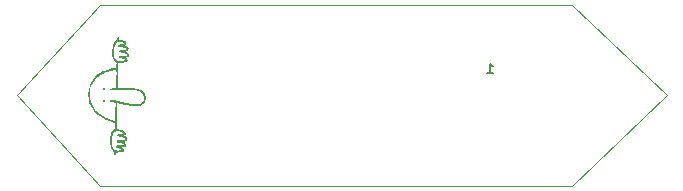
<source format=gbr>
%TF.GenerationSoftware,KiCad,Pcbnew,9.0.3*%
%TF.CreationDate,2025-08-28T21:01:50-07:00*%
%TF.ProjectId,xyp-gpib,7879702d-6770-4696-922e-6b696361645f,rev?*%
%TF.SameCoordinates,Original*%
%TF.FileFunction,Legend,Bot*%
%TF.FilePolarity,Positive*%
%FSLAX46Y46*%
G04 Gerber Fmt 4.6, Leading zero omitted, Abs format (unit mm)*
G04 Created by KiCad (PCBNEW 9.0.3) date 2025-08-28 21:01:50*
%MOMM*%
%LPD*%
G01*
G04 APERTURE LIST*
%ADD10C,0.150000*%
%ADD11C,0.120000*%
%ADD12C,0.000000*%
G04 APERTURE END LIST*
D10*
X219128792Y-80666295D02*
X219585935Y-80666295D01*
X219357363Y-80666295D02*
X219357363Y-79866295D01*
X219357363Y-79866295D02*
X219433554Y-79980580D01*
X219433554Y-79980580D02*
X219509744Y-80056771D01*
X219509744Y-80056771D02*
X219585935Y-80094866D01*
D11*
%TO.C,GPIB1*%
X179314000Y-82550000D02*
X186314000Y-90200000D01*
X186314000Y-74900000D02*
X179314000Y-82550000D01*
X186314000Y-90200000D02*
X226314000Y-90200000D01*
X226314000Y-74900000D02*
X186314000Y-74900000D01*
X226314000Y-74900000D02*
X234314000Y-82550000D01*
X234314000Y-82550000D02*
X226314000Y-90200000D01*
D12*
%TO.C,G\u002A\u002A\u002A*%
G36*
X186780089Y-81909801D02*
G01*
X186791520Y-81923006D01*
X186813695Y-81985551D01*
X186796886Y-82044439D01*
X186745167Y-82079824D01*
X186678950Y-82080471D01*
X186621855Y-82046726D01*
X186599230Y-81986335D01*
X186611682Y-81936062D01*
X186657622Y-81891562D01*
X186719979Y-81880175D01*
X186780089Y-81909801D01*
G37*
G36*
X186703933Y-82895923D02*
G01*
X186743613Y-82930360D01*
X186772932Y-82967700D01*
X186779545Y-83025546D01*
X186734427Y-83086040D01*
X186729507Y-83090408D01*
X186680583Y-83117223D01*
X186628040Y-83102524D01*
X186605341Y-83085769D01*
X186575588Y-83028090D01*
X186581676Y-82964074D01*
X186624079Y-82916098D01*
X186669997Y-82894096D01*
X186703933Y-82895923D01*
G37*
G36*
X187924980Y-77599141D02*
G01*
X187949997Y-77623066D01*
X187955670Y-77683796D01*
X187957807Y-77731068D01*
X187976633Y-77797561D01*
X187984138Y-77804827D01*
X188022211Y-77841687D01*
X188103336Y-77870065D01*
X188228802Y-77889311D01*
X188245934Y-77891274D01*
X188378865Y-77911182D01*
X188469873Y-77936680D01*
X188529124Y-77971708D01*
X188566788Y-78020201D01*
X188582481Y-78052777D01*
X188590381Y-78099769D01*
X188569178Y-78148608D01*
X188514204Y-78216753D01*
X188490791Y-78243996D01*
X188450394Y-78294661D01*
X188434413Y-78320667D01*
X188436373Y-78323531D01*
X188471165Y-78336573D01*
X188535693Y-78349899D01*
X188546427Y-78351795D01*
X188654046Y-78394777D01*
X188728824Y-78469826D01*
X188763983Y-78566779D01*
X188752748Y-78675472D01*
X188750832Y-78681111D01*
X188708286Y-78751865D01*
X188632339Y-78793161D01*
X188619060Y-78797760D01*
X188563388Y-78822968D01*
X188540801Y-78843866D01*
X188545215Y-78851646D01*
X188583670Y-78879518D01*
X188648804Y-78913064D01*
X188657864Y-78917217D01*
X188747026Y-78972032D01*
X188793443Y-79039334D01*
X188806769Y-79132538D01*
X188787986Y-79211733D01*
X188724130Y-79272965D01*
X188613942Y-79309124D01*
X188595506Y-79312820D01*
X188537557Y-79330980D01*
X188514204Y-79349761D01*
X188516451Y-79356054D01*
X188548786Y-79387838D01*
X188607293Y-79427450D01*
X188669271Y-79471916D01*
X188694979Y-79520310D01*
X188675291Y-79577124D01*
X188610341Y-79652226D01*
X188586694Y-79674986D01*
X188535466Y-79715093D01*
X188476758Y-79743538D01*
X188399152Y-79763757D01*
X188291229Y-79779184D01*
X188141572Y-79793256D01*
X188134604Y-79793851D01*
X188023651Y-79807654D01*
X187941315Y-79826054D01*
X187899881Y-79846352D01*
X187895055Y-79858937D01*
X187887203Y-79916786D01*
X187880650Y-80020781D01*
X187875351Y-80172327D01*
X187871262Y-80372834D01*
X187868342Y-80623708D01*
X187866546Y-80926358D01*
X187862581Y-81970974D01*
X188075356Y-81957675D01*
X188077297Y-81957555D01*
X188172923Y-81953461D01*
X188308870Y-81950015D01*
X188472610Y-81947418D01*
X188651618Y-81945870D01*
X188833366Y-81945570D01*
X189064977Y-81948095D01*
X189259097Y-81955735D01*
X189416679Y-81969926D01*
X189546108Y-81992116D01*
X189655764Y-82023753D01*
X189754032Y-82066288D01*
X189849292Y-82121167D01*
X189856204Y-82125616D01*
X189969012Y-82210600D01*
X190067522Y-82306333D01*
X190140862Y-82400877D01*
X190178159Y-82482293D01*
X190191828Y-82538576D01*
X190205125Y-82582701D01*
X190206547Y-82587304D01*
X190210665Y-82640445D01*
X190208738Y-82727026D01*
X190202046Y-82830667D01*
X190191873Y-82934991D01*
X190179497Y-83023617D01*
X190166203Y-83080168D01*
X190153111Y-83109885D01*
X190076581Y-83219795D01*
X189966465Y-83320334D01*
X189837591Y-83397196D01*
X189814781Y-83407297D01*
X189752742Y-83430935D01*
X189689849Y-83445953D01*
X189613027Y-83453962D01*
X189509203Y-83456574D01*
X189365303Y-83455401D01*
X189233038Y-83451661D01*
X189099088Y-83444462D01*
X188987287Y-83434990D01*
X188913157Y-83424312D01*
X188905753Y-83422713D01*
X188827951Y-83406657D01*
X188714043Y-83383919D01*
X188578155Y-83357295D01*
X188434413Y-83329580D01*
X188413369Y-83325548D01*
X188270214Y-83297690D01*
X188137255Y-83271138D01*
X188028522Y-83248726D01*
X187958042Y-83233292D01*
X187925763Y-83226679D01*
X187856057Y-83220179D01*
X187817789Y-83228583D01*
X187815906Y-83233980D01*
X187810791Y-83282784D01*
X187805837Y-83376907D01*
X187801198Y-83510587D01*
X187797024Y-83678059D01*
X187793468Y-83873558D01*
X187790683Y-84091321D01*
X187788820Y-84325583D01*
X187782790Y-85399645D01*
X187830748Y-85409318D01*
X187875879Y-85418420D01*
X187918246Y-85426959D01*
X188015589Y-85446560D01*
X188118263Y-85467219D01*
X188165040Y-85478351D01*
X188283672Y-85521057D01*
X188388412Y-85577602D01*
X188466438Y-85640229D01*
X188504934Y-85701183D01*
X188506080Y-85705961D01*
X188509540Y-85793346D01*
X188483568Y-85866493D01*
X188434352Y-85907328D01*
X188417887Y-85913217D01*
X188384471Y-85939519D01*
X188403327Y-85968975D01*
X188473893Y-86000261D01*
X188495838Y-86008518D01*
X188586047Y-86066234D01*
X188649688Y-86145504D01*
X188673785Y-86231328D01*
X188666089Y-86271454D01*
X188619029Y-86342997D01*
X188541258Y-86402661D01*
X188446847Y-86437653D01*
X188418265Y-86444015D01*
X188365379Y-86467259D01*
X188360925Y-86493704D01*
X188407123Y-86518816D01*
X188435368Y-86532247D01*
X188497473Y-86586418D01*
X188547105Y-86657279D01*
X188567398Y-86723309D01*
X188556153Y-86768661D01*
X188504778Y-86834931D01*
X188424609Y-86889572D01*
X188329839Y-86920784D01*
X188294138Y-86927734D01*
X188235851Y-86949907D01*
X188224249Y-86975886D01*
X188262518Y-87001838D01*
X188288259Y-87016847D01*
X188336173Y-87078181D01*
X188361815Y-87158359D01*
X188355806Y-87234040D01*
X188336797Y-87272133D01*
X188290960Y-87317755D01*
X188217884Y-87349247D01*
X188108983Y-87369797D01*
X187955670Y-87382594D01*
X187703000Y-87396733D01*
X187694745Y-87496471D01*
X187686463Y-87555437D01*
X187665380Y-87588521D01*
X187621604Y-87596209D01*
X187598367Y-87595223D01*
X187570657Y-87582551D01*
X187559059Y-87544177D01*
X187556717Y-87466382D01*
X187556392Y-87434541D01*
X187548185Y-87363709D01*
X187520733Y-87315025D01*
X187463240Y-87265256D01*
X187405819Y-87215096D01*
X187328699Y-87114808D01*
X187272408Y-86986894D01*
X187233776Y-86823238D01*
X187209637Y-86615722D01*
X187200243Y-86424110D01*
X187204088Y-86272787D01*
X187330689Y-86272787D01*
X187331619Y-86396515D01*
X187343246Y-86551089D01*
X187343440Y-86553133D01*
X187361706Y-86725798D01*
X187380942Y-86854308D01*
X187404094Y-86947569D01*
X187434111Y-87014491D01*
X187473941Y-87063982D01*
X187526532Y-87104950D01*
X187625979Y-87156550D01*
X187765121Y-87199834D01*
X187905909Y-87218823D01*
X188026768Y-87209027D01*
X188067237Y-87196806D01*
X188124333Y-87162665D01*
X188133554Y-87123676D01*
X188097786Y-87084212D01*
X188019916Y-87048645D01*
X187902834Y-87021349D01*
X187858093Y-87011848D01*
X187770362Y-86970705D01*
X187727250Y-86909025D01*
X187732279Y-86830744D01*
X187733330Y-86827787D01*
X187747526Y-86794070D01*
X187768303Y-86774099D01*
X187807303Y-86764997D01*
X187876168Y-86763886D01*
X187986538Y-86767887D01*
X188157959Y-86770069D01*
X188282468Y-86759939D01*
X188356650Y-86737204D01*
X188381220Y-86701744D01*
X188356787Y-86662422D01*
X188286226Y-86625548D01*
X188176720Y-86594616D01*
X188035461Y-86572317D01*
X188008431Y-86569033D01*
X187879806Y-86541210D01*
X187801087Y-86498917D01*
X187772825Y-86442613D01*
X187795569Y-86372754D01*
X187796906Y-86370774D01*
X187822981Y-86352345D01*
X187875275Y-86340555D01*
X187962752Y-86334179D01*
X188094376Y-86331997D01*
X188172530Y-86330938D01*
X188286496Y-86326401D01*
X188376434Y-86319191D01*
X188427764Y-86310257D01*
X188464855Y-86287665D01*
X188487607Y-86227567D01*
X188485622Y-86210649D01*
X188453393Y-86163531D01*
X188378914Y-86122906D01*
X188258547Y-86087199D01*
X188088654Y-86054836D01*
X188016790Y-86043246D01*
X187913121Y-86024821D01*
X187848297Y-86008529D01*
X187813238Y-85990662D01*
X187798863Y-85967512D01*
X187796089Y-85935370D01*
X187796975Y-85915364D01*
X187814912Y-85863589D01*
X187861814Y-85832277D01*
X187945398Y-85818161D01*
X188073379Y-85817974D01*
X188104374Y-85818896D01*
X188226387Y-85815271D01*
X188299867Y-85797275D01*
X188327339Y-85763803D01*
X188311326Y-85713750D01*
X188300376Y-85700289D01*
X188236010Y-85656791D01*
X188136656Y-85615219D01*
X188015962Y-85580593D01*
X187887577Y-85557932D01*
X187830748Y-85553482D01*
X187687886Y-85568120D01*
X187571156Y-85624756D01*
X187478417Y-85725443D01*
X187407530Y-85872234D01*
X187356351Y-86067181D01*
X187341034Y-86158528D01*
X187330689Y-86272787D01*
X187204088Y-86272787D01*
X187207008Y-86157845D01*
X187237787Y-85921632D01*
X187291741Y-85724584D01*
X187351900Y-85594865D01*
X187428889Y-85498141D01*
X187530892Y-85428166D01*
X187536434Y-85425295D01*
X187572137Y-85404215D01*
X187593867Y-85378463D01*
X187605093Y-85335909D01*
X187609285Y-85264422D01*
X187609911Y-85151872D01*
X187606981Y-85030309D01*
X187595945Y-84934947D01*
X187576665Y-84891542D01*
X187575208Y-84890537D01*
X187534364Y-84871089D01*
X187455061Y-84838846D01*
X187348093Y-84798055D01*
X187224256Y-84752959D01*
X187151954Y-84726471D01*
X186844809Y-84597694D01*
X186557485Y-84451423D01*
X186306665Y-84295968D01*
X186211644Y-84226629D01*
X185957643Y-84000281D01*
X185744654Y-83744677D01*
X185575002Y-83464143D01*
X185451015Y-83163004D01*
X185375018Y-82845584D01*
X185349339Y-82516209D01*
X185349831Y-82483738D01*
X185499855Y-82483738D01*
X185505984Y-82670775D01*
X185520670Y-82840215D01*
X185543727Y-82974577D01*
X185583962Y-83104472D01*
X185654598Y-83277570D01*
X185742149Y-83456809D01*
X185837403Y-83623534D01*
X185931148Y-83759093D01*
X186012105Y-83851183D01*
X186167874Y-83996726D01*
X186352828Y-84141737D01*
X186554008Y-84276323D01*
X186758453Y-84390592D01*
X186826033Y-84423622D01*
X186972996Y-84491218D01*
X187122228Y-84555016D01*
X187265324Y-84611884D01*
X187393880Y-84658688D01*
X187499492Y-84692296D01*
X187573756Y-84709574D01*
X187608268Y-84707391D01*
X187608804Y-84706587D01*
X187615085Y-84670287D01*
X187621883Y-84588505D01*
X187628836Y-84468298D01*
X187635585Y-84316726D01*
X187641769Y-84140845D01*
X187647029Y-83947716D01*
X187664295Y-83211578D01*
X187604588Y-83169758D01*
X187553398Y-83143000D01*
X187489134Y-83127937D01*
X187460300Y-83125255D01*
X187384602Y-83110446D01*
X187295576Y-83087011D01*
X187223171Y-83062134D01*
X187172540Y-83031455D01*
X187157764Y-82995492D01*
X187159688Y-82969432D01*
X187180034Y-82934993D01*
X187230556Y-82926087D01*
X187321046Y-82939349D01*
X187529468Y-82981827D01*
X187906240Y-83058138D01*
X188231348Y-83123280D01*
X188505012Y-83177298D01*
X188727453Y-83220234D01*
X188898890Y-83252132D01*
X189019544Y-83273034D01*
X189024598Y-83273849D01*
X189291158Y-83306103D01*
X189514651Y-83309826D01*
X189697197Y-83284498D01*
X189840916Y-83229605D01*
X189947929Y-83144629D01*
X190020354Y-83029053D01*
X190040504Y-82954603D01*
X190052866Y-82837746D01*
X190053317Y-82708813D01*
X190041921Y-82589127D01*
X190018744Y-82500007D01*
X189999309Y-82461551D01*
X189909780Y-82346331D01*
X189786903Y-82245829D01*
X189645604Y-82173121D01*
X189548676Y-82140001D01*
X189431987Y-82109647D01*
X189305355Y-82088324D01*
X189160187Y-82075307D01*
X188987885Y-82069871D01*
X188779855Y-82071291D01*
X188527502Y-82078842D01*
X188517432Y-82079217D01*
X188315236Y-82086101D01*
X188103854Y-82092238D01*
X187898868Y-82097246D01*
X187715861Y-82100742D01*
X187570416Y-82102344D01*
X187428014Y-82102507D01*
X187323208Y-82100814D01*
X187255240Y-82096172D01*
X187215753Y-82087520D01*
X187196390Y-82073800D01*
X187188794Y-82053951D01*
X187186694Y-82036451D01*
X187198737Y-81998593D01*
X187242585Y-81974603D01*
X187325244Y-81961944D01*
X187453722Y-81958083D01*
X187544439Y-81955597D01*
X187638783Y-81944104D01*
X187684687Y-81923822D01*
X187690038Y-81908673D01*
X187699341Y-81843087D01*
X187708458Y-81731513D01*
X187717106Y-81578517D01*
X187725000Y-81388663D01*
X187731856Y-81166518D01*
X187732585Y-81138778D01*
X187737819Y-80928294D01*
X187741055Y-80764360D01*
X187742101Y-80641051D01*
X187740762Y-80552440D01*
X187736845Y-80492603D01*
X187730156Y-80455613D01*
X187720503Y-80435546D01*
X187707691Y-80426476D01*
X187694353Y-80422768D01*
X187618230Y-80419676D01*
X187505379Y-80430778D01*
X187366535Y-80454070D01*
X187212429Y-80487547D01*
X187053795Y-80529206D01*
X186901367Y-80577042D01*
X186848931Y-80595203D01*
X186694989Y-80650476D01*
X186575296Y-80698701D01*
X186477000Y-80746661D01*
X186387249Y-80801142D01*
X186293191Y-80868927D01*
X186181974Y-80956802D01*
X186106891Y-81021305D01*
X185910372Y-81231473D01*
X185744287Y-81472257D01*
X185616128Y-81731630D01*
X185533389Y-81997571D01*
X185514005Y-82126798D01*
X185502467Y-82296585D01*
X185499855Y-82483738D01*
X185349831Y-82483738D01*
X185350600Y-82432977D01*
X185382291Y-82089843D01*
X185455086Y-81768419D01*
X185566930Y-81472542D01*
X185715769Y-81206051D01*
X185899549Y-80972784D01*
X186116214Y-80776578D01*
X186363711Y-80621272D01*
X186414373Y-80596176D01*
X186585135Y-80519512D01*
X186772447Y-80445140D01*
X186965561Y-80376523D01*
X187153733Y-80317124D01*
X187326214Y-80270409D01*
X187472260Y-80239839D01*
X187581123Y-80228880D01*
X187612339Y-80227350D01*
X187618230Y-80225382D01*
X187660409Y-80211288D01*
X187692000Y-80170092D01*
X187712495Y-80094408D01*
X187727276Y-79974884D01*
X187745067Y-79787381D01*
X187635332Y-79699196D01*
X187525652Y-79577470D01*
X187445935Y-79414009D01*
X187396891Y-79211526D01*
X187379165Y-78972682D01*
X187379438Y-78967455D01*
X187518777Y-78967455D01*
X187520790Y-79082766D01*
X187527311Y-79167250D01*
X187540412Y-79234601D01*
X187562169Y-79298515D01*
X187594656Y-79372687D01*
X187613153Y-79411720D01*
X187665725Y-79502628D01*
X187724453Y-79562228D01*
X187800989Y-79596652D01*
X187906984Y-79612032D01*
X188054087Y-79614501D01*
X188138291Y-79612811D01*
X188269459Y-79604982D01*
X188357324Y-79590046D01*
X188408313Y-79566610D01*
X188428855Y-79533282D01*
X188426238Y-79511921D01*
X188382946Y-79474123D01*
X188292239Y-79442912D01*
X188157830Y-79419842D01*
X188130015Y-79416156D01*
X188029084Y-79391718D01*
X187973005Y-79352807D01*
X187955670Y-79295669D01*
X187964209Y-79258434D01*
X188014934Y-79216455D01*
X188112125Y-79197149D01*
X188256752Y-79200209D01*
X188316152Y-79204114D01*
X188440245Y-79201111D01*
X188531299Y-79178432D01*
X188596483Y-79140398D01*
X188618244Y-79096891D01*
X188591241Y-79052839D01*
X188517697Y-79010092D01*
X188399833Y-78970499D01*
X188239872Y-78935910D01*
X188231274Y-78934398D01*
X188100389Y-78907204D01*
X188015408Y-78878826D01*
X187969459Y-78846121D01*
X187955670Y-78805948D01*
X187971786Y-78762149D01*
X188024336Y-78730644D01*
X188118751Y-78709998D01*
X188260464Y-78698291D01*
X188395266Y-78687914D01*
X188510895Y-78666985D01*
X188574954Y-78636975D01*
X188586998Y-78598021D01*
X188562388Y-78565165D01*
X188492051Y-78529508D01*
X188374935Y-78499313D01*
X188207886Y-78473545D01*
X188121190Y-78461478D01*
X187988870Y-78434283D01*
X187905623Y-78401513D01*
X187868798Y-78361896D01*
X187875742Y-78314162D01*
X187901792Y-78285105D01*
X187977107Y-78245491D01*
X188081072Y-78218035D01*
X188198744Y-78207667D01*
X188204145Y-78207587D01*
X188287221Y-78192677D01*
X188354407Y-78159847D01*
X188384782Y-78133261D01*
X188396550Y-78105794D01*
X188370545Y-78076712D01*
X188365592Y-78073276D01*
X188309361Y-78054465D01*
X188214600Y-78038607D01*
X188093783Y-78027903D01*
X187984138Y-78023423D01*
X187865539Y-78028891D01*
X187780002Y-78054415D01*
X187716104Y-78106852D01*
X187662426Y-78193063D01*
X187607545Y-78319906D01*
X187584010Y-78380239D01*
X187554517Y-78464742D01*
X187535730Y-78540807D01*
X187525179Y-78623841D01*
X187520390Y-78729250D01*
X187518891Y-78872440D01*
X187518777Y-78967455D01*
X187379438Y-78967455D01*
X187393400Y-78700137D01*
X187410476Y-78567728D01*
X187461789Y-78327423D01*
X187534286Y-78132837D01*
X187627433Y-77985215D01*
X187740701Y-77885802D01*
X187748096Y-77881247D01*
X187796502Y-77842860D01*
X187817881Y-77794953D01*
X187822686Y-77715867D01*
X187822949Y-77682941D01*
X187828747Y-77625036D01*
X187848196Y-77600730D01*
X187889178Y-77595791D01*
X187924980Y-77599141D01*
G37*
%TD*%
M02*

</source>
